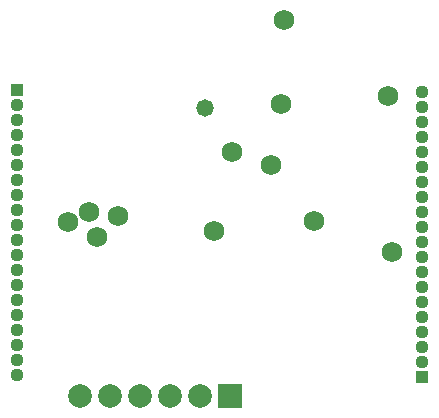
<source format=gbs>
G04*
G04 #@! TF.GenerationSoftware,Altium Limited,Altium Designer,24.2.2 (26)*
G04*
G04 Layer_Color=16711935*
%FSLAX44Y44*%
%MOMM*%
G71*
G04*
G04 #@! TF.SameCoordinates,DD90BFA2-8126-46E7-AA9B-D1BD1CD96E7C*
G04*
G04*
G04 #@! TF.FilePolarity,Negative*
G04*
G01*
G75*
%ADD29C,1.1200*%
%ADD30R,1.1200X1.1200*%
%ADD31C,2.0032*%
%ADD32R,2.0032X2.0032*%
%ADD33C,1.7272*%
%ADD34C,1.4732*%
D29*
X773430Y727710D02*
D03*
Y740410D02*
D03*
Y753110D02*
D03*
Y765810D02*
D03*
Y778510D02*
D03*
Y791210D02*
D03*
Y803910D02*
D03*
Y816610D02*
D03*
Y829310D02*
D03*
Y842010D02*
D03*
Y854710D02*
D03*
Y867410D02*
D03*
Y880110D02*
D03*
Y892810D02*
D03*
Y905510D02*
D03*
Y918210D02*
D03*
Y930910D02*
D03*
Y943610D02*
D03*
Y956310D02*
D03*
X1116330Y739140D02*
D03*
Y751840D02*
D03*
Y764540D02*
D03*
Y777240D02*
D03*
Y789940D02*
D03*
Y802640D02*
D03*
Y815340D02*
D03*
Y828040D02*
D03*
Y840740D02*
D03*
Y853440D02*
D03*
Y866140D02*
D03*
Y878840D02*
D03*
Y891540D02*
D03*
Y904240D02*
D03*
Y916940D02*
D03*
Y929640D02*
D03*
Y942340D02*
D03*
Y955040D02*
D03*
Y967740D02*
D03*
D30*
X773430Y969010D02*
D03*
X1116330Y726440D02*
D03*
D31*
X902970Y709930D02*
D03*
X928370D02*
D03*
X877570D02*
D03*
X852170D02*
D03*
X826770D02*
D03*
D32*
X953770D02*
D03*
D33*
X1087120Y963930D02*
D03*
X1024890Y858520D02*
D03*
X858520Y862905D02*
D03*
X841375Y844550D02*
D03*
X816435Y857454D02*
D03*
X834246Y866284D02*
D03*
X988060Y905510D02*
D03*
X955040Y916940D02*
D03*
X999490Y1028700D02*
D03*
X939800Y849630D02*
D03*
X996950Y957580D02*
D03*
X1090930Y831850D02*
D03*
D34*
X932180Y953770D02*
D03*
M02*

</source>
